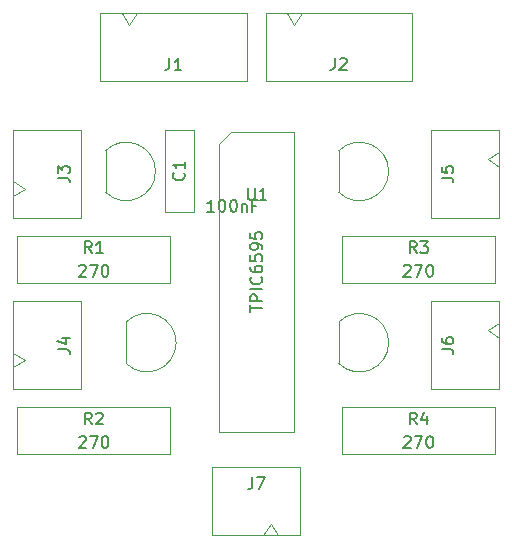
<source format=gbr>
G04 #@! TF.GenerationSoftware,KiCad,Pcbnew,(5.1.4)-1*
G04 #@! TF.CreationDate,2020-01-25T09:52:25+02:00*
G04 #@! TF.ProjectId,4_switch_array,345f7377-6974-4636-985f-61727261792e,rev?*
G04 #@! TF.SameCoordinates,Original*
G04 #@! TF.FileFunction,Other,Fab,Top*
%FSLAX46Y46*%
G04 Gerber Fmt 4.6, Leading zero omitted, Abs format (unit mm)*
G04 Created by KiCad (PCBNEW (5.1.4)-1) date 2020-01-25 09:52:25*
%MOMM*%
%LPD*%
G04 APERTURE LIST*
%ADD10C,0.100000*%
%ADD11C,0.150000*%
G04 APERTURE END LIST*
D10*
X139000000Y-45500000D02*
X139000000Y-52500000D01*
X141500000Y-45500000D02*
X139000000Y-45500000D01*
X141500000Y-52500000D02*
X141500000Y-45500000D01*
X139000000Y-52500000D02*
X141500000Y-52500000D01*
X143635000Y-46730000D02*
X144635000Y-45730000D01*
X143635000Y-71130000D02*
X143635000Y-46730000D01*
X149985000Y-71130000D02*
X143635000Y-71130000D01*
X149985000Y-45730000D02*
X149985000Y-71130000D01*
X144635000Y-45730000D02*
X149985000Y-45730000D01*
X126500000Y-73000000D02*
X139500000Y-73000000D01*
X126500000Y-69000000D02*
X126500000Y-73000000D01*
X139500000Y-69000000D02*
X126500000Y-69000000D01*
X139500000Y-73000000D02*
X139500000Y-69000000D01*
X167000000Y-54500000D02*
X154000000Y-54500000D01*
X167000000Y-58500000D02*
X167000000Y-54500000D01*
X154000000Y-58500000D02*
X167000000Y-58500000D01*
X154000000Y-54500000D02*
X154000000Y-58500000D01*
X126500000Y-58500000D02*
X139500000Y-58500000D01*
X126500000Y-54500000D02*
X126500000Y-58500000D01*
X139500000Y-54500000D02*
X126500000Y-54500000D01*
X139500000Y-58500000D02*
X139500000Y-54500000D01*
X167000000Y-69000000D02*
X154000000Y-69000000D01*
X167000000Y-73000000D02*
X167000000Y-69000000D01*
X154000000Y-73000000D02*
X167000000Y-73000000D01*
X154000000Y-69000000D02*
X154000000Y-73000000D01*
X135746375Y-61786375D02*
G75*
G02X139980000Y-63540000I1753625J-1753625D01*
G01*
X135746375Y-65293625D02*
G75*
G03X139980000Y-63540000I1753625J1753625D01*
G01*
X135750000Y-61800000D02*
X135750000Y-65300000D01*
X153746375Y-47286375D02*
G75*
G02X157980000Y-49040000I1753625J-1753625D01*
G01*
X153746375Y-50793625D02*
G75*
G03X157980000Y-49040000I1753625J1753625D01*
G01*
X153750000Y-47300000D02*
X153750000Y-50800000D01*
X133996375Y-47286375D02*
G75*
G02X138230000Y-49040000I1753625J-1753625D01*
G01*
X133996375Y-50793625D02*
G75*
G03X138230000Y-49040000I1753625J1753625D01*
G01*
X134000000Y-47300000D02*
X134000000Y-50800000D01*
X153746375Y-61786375D02*
G75*
G02X157980000Y-63540000I1753625J-1753625D01*
G01*
X153746375Y-65293625D02*
G75*
G03X157980000Y-63540000I1753625J1753625D01*
G01*
X153750000Y-61800000D02*
X153750000Y-65300000D01*
X148000000Y-78850000D02*
X147375000Y-79850000D01*
X148625000Y-79850000D02*
X148000000Y-78850000D01*
X143050000Y-79850000D02*
X150450000Y-79850000D01*
X143050000Y-74100000D02*
X143050000Y-79850000D01*
X150450000Y-74100000D02*
X143050000Y-74100000D01*
X150450000Y-79850000D02*
X150450000Y-74100000D01*
X127150000Y-65000000D02*
X126150000Y-64375000D01*
X126150000Y-65625000D02*
X127150000Y-65000000D01*
X126150000Y-60050000D02*
X126150000Y-67450000D01*
X131900000Y-60050000D02*
X126150000Y-60050000D01*
X131900000Y-67450000D02*
X131900000Y-60050000D01*
X126150000Y-67450000D02*
X131900000Y-67450000D01*
X166350000Y-48000000D02*
X167350000Y-48625000D01*
X167350000Y-47375000D02*
X166350000Y-48000000D01*
X167350000Y-52950000D02*
X167350000Y-45550000D01*
X161600000Y-52950000D02*
X167350000Y-52950000D01*
X161600000Y-45550000D02*
X161600000Y-52950000D01*
X167350000Y-45550000D02*
X161600000Y-45550000D01*
X127150000Y-50500000D02*
X126150000Y-49875000D01*
X126150000Y-51125000D02*
X127150000Y-50500000D01*
X126150000Y-45550000D02*
X126150000Y-52950000D01*
X131900000Y-45550000D02*
X126150000Y-45550000D01*
X131900000Y-52950000D02*
X131900000Y-45550000D01*
X126150000Y-52950000D02*
X131900000Y-52950000D01*
X166350000Y-62500000D02*
X167350000Y-63125000D01*
X167350000Y-61875000D02*
X166350000Y-62500000D01*
X167350000Y-67450000D02*
X167350000Y-60050000D01*
X161600000Y-67450000D02*
X167350000Y-67450000D01*
X161600000Y-60050000D02*
X161600000Y-67450000D01*
X167350000Y-60050000D02*
X161600000Y-60050000D01*
X150000000Y-36650000D02*
X150625000Y-35650000D01*
X149375000Y-35650000D02*
X150000000Y-36650000D01*
X159950000Y-35650000D02*
X147550000Y-35650000D01*
X159950000Y-41400000D02*
X159950000Y-35650000D01*
X147550000Y-41400000D02*
X159950000Y-41400000D01*
X147550000Y-35650000D02*
X147550000Y-41400000D01*
X136000000Y-36650000D02*
X136625000Y-35650000D01*
X135375000Y-35650000D02*
X136000000Y-36650000D01*
X145950000Y-35650000D02*
X133550000Y-35650000D01*
X145950000Y-41400000D02*
X145950000Y-35650000D01*
X133550000Y-41400000D02*
X145950000Y-41400000D01*
X133550000Y-35650000D02*
X133550000Y-41400000D01*
D11*
X143202380Y-52452380D02*
X142630952Y-52452380D01*
X142916666Y-52452380D02*
X142916666Y-51452380D01*
X142821428Y-51595238D01*
X142726190Y-51690476D01*
X142630952Y-51738095D01*
X143821428Y-51452380D02*
X143916666Y-51452380D01*
X144011904Y-51500000D01*
X144059523Y-51547619D01*
X144107142Y-51642857D01*
X144154761Y-51833333D01*
X144154761Y-52071428D01*
X144107142Y-52261904D01*
X144059523Y-52357142D01*
X144011904Y-52404761D01*
X143916666Y-52452380D01*
X143821428Y-52452380D01*
X143726190Y-52404761D01*
X143678571Y-52357142D01*
X143630952Y-52261904D01*
X143583333Y-52071428D01*
X143583333Y-51833333D01*
X143630952Y-51642857D01*
X143678571Y-51547619D01*
X143726190Y-51500000D01*
X143821428Y-51452380D01*
X144773809Y-51452380D02*
X144869047Y-51452380D01*
X144964285Y-51500000D01*
X145011904Y-51547619D01*
X145059523Y-51642857D01*
X145107142Y-51833333D01*
X145107142Y-52071428D01*
X145059523Y-52261904D01*
X145011904Y-52357142D01*
X144964285Y-52404761D01*
X144869047Y-52452380D01*
X144773809Y-52452380D01*
X144678571Y-52404761D01*
X144630952Y-52357142D01*
X144583333Y-52261904D01*
X144535714Y-52071428D01*
X144535714Y-51833333D01*
X144583333Y-51642857D01*
X144630952Y-51547619D01*
X144678571Y-51500000D01*
X144773809Y-51452380D01*
X145535714Y-51785714D02*
X145535714Y-52452380D01*
X145535714Y-51880952D02*
X145583333Y-51833333D01*
X145678571Y-51785714D01*
X145821428Y-51785714D01*
X145916666Y-51833333D01*
X145964285Y-51928571D01*
X145964285Y-52452380D01*
X146773809Y-51928571D02*
X146440476Y-51928571D01*
X146440476Y-52452380D02*
X146440476Y-51452380D01*
X146916666Y-51452380D01*
X140607142Y-49166666D02*
X140654761Y-49214285D01*
X140702380Y-49357142D01*
X140702380Y-49452380D01*
X140654761Y-49595238D01*
X140559523Y-49690476D01*
X140464285Y-49738095D01*
X140273809Y-49785714D01*
X140130952Y-49785714D01*
X139940476Y-49738095D01*
X139845238Y-49690476D01*
X139750000Y-49595238D01*
X139702380Y-49452380D01*
X139702380Y-49357142D01*
X139750000Y-49214285D01*
X139797619Y-49166666D01*
X140702380Y-48214285D02*
X140702380Y-48785714D01*
X140702380Y-48500000D02*
X139702380Y-48500000D01*
X139845238Y-48595238D01*
X139940476Y-48690476D01*
X139988095Y-48785714D01*
X146262380Y-60928571D02*
X146262380Y-60357142D01*
X147262380Y-60642857D02*
X146262380Y-60642857D01*
X147262380Y-60023809D02*
X146262380Y-60023809D01*
X146262380Y-59642857D01*
X146310000Y-59547619D01*
X146357619Y-59500000D01*
X146452857Y-59452380D01*
X146595714Y-59452380D01*
X146690952Y-59500000D01*
X146738571Y-59547619D01*
X146786190Y-59642857D01*
X146786190Y-60023809D01*
X147262380Y-59023809D02*
X146262380Y-59023809D01*
X147167142Y-57976190D02*
X147214761Y-58023809D01*
X147262380Y-58166666D01*
X147262380Y-58261904D01*
X147214761Y-58404761D01*
X147119523Y-58500000D01*
X147024285Y-58547619D01*
X146833809Y-58595238D01*
X146690952Y-58595238D01*
X146500476Y-58547619D01*
X146405238Y-58500000D01*
X146310000Y-58404761D01*
X146262380Y-58261904D01*
X146262380Y-58166666D01*
X146310000Y-58023809D01*
X146357619Y-57976190D01*
X146262380Y-57119047D02*
X146262380Y-57309523D01*
X146310000Y-57404761D01*
X146357619Y-57452380D01*
X146500476Y-57547619D01*
X146690952Y-57595238D01*
X147071904Y-57595238D01*
X147167142Y-57547619D01*
X147214761Y-57500000D01*
X147262380Y-57404761D01*
X147262380Y-57214285D01*
X147214761Y-57119047D01*
X147167142Y-57071428D01*
X147071904Y-57023809D01*
X146833809Y-57023809D01*
X146738571Y-57071428D01*
X146690952Y-57119047D01*
X146643333Y-57214285D01*
X146643333Y-57404761D01*
X146690952Y-57500000D01*
X146738571Y-57547619D01*
X146833809Y-57595238D01*
X146262380Y-56119047D02*
X146262380Y-56595238D01*
X146738571Y-56642857D01*
X146690952Y-56595238D01*
X146643333Y-56500000D01*
X146643333Y-56261904D01*
X146690952Y-56166666D01*
X146738571Y-56119047D01*
X146833809Y-56071428D01*
X147071904Y-56071428D01*
X147167142Y-56119047D01*
X147214761Y-56166666D01*
X147262380Y-56261904D01*
X147262380Y-56500000D01*
X147214761Y-56595238D01*
X147167142Y-56642857D01*
X147262380Y-55595238D02*
X147262380Y-55404761D01*
X147214761Y-55309523D01*
X147167142Y-55261904D01*
X147024285Y-55166666D01*
X146833809Y-55119047D01*
X146452857Y-55119047D01*
X146357619Y-55166666D01*
X146310000Y-55214285D01*
X146262380Y-55309523D01*
X146262380Y-55500000D01*
X146310000Y-55595238D01*
X146357619Y-55642857D01*
X146452857Y-55690476D01*
X146690952Y-55690476D01*
X146786190Y-55642857D01*
X146833809Y-55595238D01*
X146881428Y-55500000D01*
X146881428Y-55309523D01*
X146833809Y-55214285D01*
X146786190Y-55166666D01*
X146690952Y-55119047D01*
X146262380Y-54214285D02*
X146262380Y-54690476D01*
X146738571Y-54738095D01*
X146690952Y-54690476D01*
X146643333Y-54595238D01*
X146643333Y-54357142D01*
X146690952Y-54261904D01*
X146738571Y-54214285D01*
X146833809Y-54166666D01*
X147071904Y-54166666D01*
X147167142Y-54214285D01*
X147214761Y-54261904D01*
X147262380Y-54357142D01*
X147262380Y-54595238D01*
X147214761Y-54690476D01*
X147167142Y-54738095D01*
X146048095Y-50452380D02*
X146048095Y-51261904D01*
X146095714Y-51357142D01*
X146143333Y-51404761D01*
X146238571Y-51452380D01*
X146429047Y-51452380D01*
X146524285Y-51404761D01*
X146571904Y-51357142D01*
X146619523Y-51261904D01*
X146619523Y-50452380D01*
X147619523Y-51452380D02*
X147048095Y-51452380D01*
X147333809Y-51452380D02*
X147333809Y-50452380D01*
X147238571Y-50595238D01*
X147143333Y-50690476D01*
X147048095Y-50738095D01*
X131761904Y-71547619D02*
X131809523Y-71500000D01*
X131904761Y-71452380D01*
X132142857Y-71452380D01*
X132238095Y-71500000D01*
X132285714Y-71547619D01*
X132333333Y-71642857D01*
X132333333Y-71738095D01*
X132285714Y-71880952D01*
X131714285Y-72452380D01*
X132333333Y-72452380D01*
X132666666Y-71452380D02*
X133333333Y-71452380D01*
X132904761Y-72452380D01*
X133904761Y-71452380D02*
X134000000Y-71452380D01*
X134095238Y-71500000D01*
X134142857Y-71547619D01*
X134190476Y-71642857D01*
X134238095Y-71833333D01*
X134238095Y-72071428D01*
X134190476Y-72261904D01*
X134142857Y-72357142D01*
X134095238Y-72404761D01*
X134000000Y-72452380D01*
X133904761Y-72452380D01*
X133809523Y-72404761D01*
X133761904Y-72357142D01*
X133714285Y-72261904D01*
X133666666Y-72071428D01*
X133666666Y-71833333D01*
X133714285Y-71642857D01*
X133761904Y-71547619D01*
X133809523Y-71500000D01*
X133904761Y-71452380D01*
X132833333Y-70452380D02*
X132500000Y-69976190D01*
X132261904Y-70452380D02*
X132261904Y-69452380D01*
X132642857Y-69452380D01*
X132738095Y-69500000D01*
X132785714Y-69547619D01*
X132833333Y-69642857D01*
X132833333Y-69785714D01*
X132785714Y-69880952D01*
X132738095Y-69928571D01*
X132642857Y-69976190D01*
X132261904Y-69976190D01*
X133214285Y-69547619D02*
X133261904Y-69500000D01*
X133357142Y-69452380D01*
X133595238Y-69452380D01*
X133690476Y-69500000D01*
X133738095Y-69547619D01*
X133785714Y-69642857D01*
X133785714Y-69738095D01*
X133738095Y-69880952D01*
X133166666Y-70452380D01*
X133785714Y-70452380D01*
X159261904Y-57047619D02*
X159309523Y-57000000D01*
X159404761Y-56952380D01*
X159642857Y-56952380D01*
X159738095Y-57000000D01*
X159785714Y-57047619D01*
X159833333Y-57142857D01*
X159833333Y-57238095D01*
X159785714Y-57380952D01*
X159214285Y-57952380D01*
X159833333Y-57952380D01*
X160166666Y-56952380D02*
X160833333Y-56952380D01*
X160404761Y-57952380D01*
X161404761Y-56952380D02*
X161500000Y-56952380D01*
X161595238Y-57000000D01*
X161642857Y-57047619D01*
X161690476Y-57142857D01*
X161738095Y-57333333D01*
X161738095Y-57571428D01*
X161690476Y-57761904D01*
X161642857Y-57857142D01*
X161595238Y-57904761D01*
X161500000Y-57952380D01*
X161404761Y-57952380D01*
X161309523Y-57904761D01*
X161261904Y-57857142D01*
X161214285Y-57761904D01*
X161166666Y-57571428D01*
X161166666Y-57333333D01*
X161214285Y-57142857D01*
X161261904Y-57047619D01*
X161309523Y-57000000D01*
X161404761Y-56952380D01*
X160333333Y-55952380D02*
X160000000Y-55476190D01*
X159761904Y-55952380D02*
X159761904Y-54952380D01*
X160142857Y-54952380D01*
X160238095Y-55000000D01*
X160285714Y-55047619D01*
X160333333Y-55142857D01*
X160333333Y-55285714D01*
X160285714Y-55380952D01*
X160238095Y-55428571D01*
X160142857Y-55476190D01*
X159761904Y-55476190D01*
X160666666Y-54952380D02*
X161285714Y-54952380D01*
X160952380Y-55333333D01*
X161095238Y-55333333D01*
X161190476Y-55380952D01*
X161238095Y-55428571D01*
X161285714Y-55523809D01*
X161285714Y-55761904D01*
X161238095Y-55857142D01*
X161190476Y-55904761D01*
X161095238Y-55952380D01*
X160809523Y-55952380D01*
X160714285Y-55904761D01*
X160666666Y-55857142D01*
X131761904Y-57047619D02*
X131809523Y-57000000D01*
X131904761Y-56952380D01*
X132142857Y-56952380D01*
X132238095Y-57000000D01*
X132285714Y-57047619D01*
X132333333Y-57142857D01*
X132333333Y-57238095D01*
X132285714Y-57380952D01*
X131714285Y-57952380D01*
X132333333Y-57952380D01*
X132666666Y-56952380D02*
X133333333Y-56952380D01*
X132904761Y-57952380D01*
X133904761Y-56952380D02*
X134000000Y-56952380D01*
X134095238Y-57000000D01*
X134142857Y-57047619D01*
X134190476Y-57142857D01*
X134238095Y-57333333D01*
X134238095Y-57571428D01*
X134190476Y-57761904D01*
X134142857Y-57857142D01*
X134095238Y-57904761D01*
X134000000Y-57952380D01*
X133904761Y-57952380D01*
X133809523Y-57904761D01*
X133761904Y-57857142D01*
X133714285Y-57761904D01*
X133666666Y-57571428D01*
X133666666Y-57333333D01*
X133714285Y-57142857D01*
X133761904Y-57047619D01*
X133809523Y-57000000D01*
X133904761Y-56952380D01*
X132833333Y-55952380D02*
X132500000Y-55476190D01*
X132261904Y-55952380D02*
X132261904Y-54952380D01*
X132642857Y-54952380D01*
X132738095Y-55000000D01*
X132785714Y-55047619D01*
X132833333Y-55142857D01*
X132833333Y-55285714D01*
X132785714Y-55380952D01*
X132738095Y-55428571D01*
X132642857Y-55476190D01*
X132261904Y-55476190D01*
X133785714Y-55952380D02*
X133214285Y-55952380D01*
X133500000Y-55952380D02*
X133500000Y-54952380D01*
X133404761Y-55095238D01*
X133309523Y-55190476D01*
X133214285Y-55238095D01*
X159261904Y-71547619D02*
X159309523Y-71500000D01*
X159404761Y-71452380D01*
X159642857Y-71452380D01*
X159738095Y-71500000D01*
X159785714Y-71547619D01*
X159833333Y-71642857D01*
X159833333Y-71738095D01*
X159785714Y-71880952D01*
X159214285Y-72452380D01*
X159833333Y-72452380D01*
X160166666Y-71452380D02*
X160833333Y-71452380D01*
X160404761Y-72452380D01*
X161404761Y-71452380D02*
X161500000Y-71452380D01*
X161595238Y-71500000D01*
X161642857Y-71547619D01*
X161690476Y-71642857D01*
X161738095Y-71833333D01*
X161738095Y-72071428D01*
X161690476Y-72261904D01*
X161642857Y-72357142D01*
X161595238Y-72404761D01*
X161500000Y-72452380D01*
X161404761Y-72452380D01*
X161309523Y-72404761D01*
X161261904Y-72357142D01*
X161214285Y-72261904D01*
X161166666Y-72071428D01*
X161166666Y-71833333D01*
X161214285Y-71642857D01*
X161261904Y-71547619D01*
X161309523Y-71500000D01*
X161404761Y-71452380D01*
X160333333Y-70452380D02*
X160000000Y-69976190D01*
X159761904Y-70452380D02*
X159761904Y-69452380D01*
X160142857Y-69452380D01*
X160238095Y-69500000D01*
X160285714Y-69547619D01*
X160333333Y-69642857D01*
X160333333Y-69785714D01*
X160285714Y-69880952D01*
X160238095Y-69928571D01*
X160142857Y-69976190D01*
X159761904Y-69976190D01*
X161190476Y-69785714D02*
X161190476Y-70452380D01*
X160952380Y-69404761D02*
X160714285Y-70119047D01*
X161333333Y-70119047D01*
X146416666Y-74952380D02*
X146416666Y-75666666D01*
X146369047Y-75809523D01*
X146273809Y-75904761D01*
X146130952Y-75952380D01*
X146035714Y-75952380D01*
X146797619Y-74952380D02*
X147464285Y-74952380D01*
X147035714Y-75952380D01*
X129952380Y-64083333D02*
X130666666Y-64083333D01*
X130809523Y-64130952D01*
X130904761Y-64226190D01*
X130952380Y-64369047D01*
X130952380Y-64464285D01*
X130285714Y-63178571D02*
X130952380Y-63178571D01*
X129904761Y-63416666D02*
X130619047Y-63654761D01*
X130619047Y-63035714D01*
X162452380Y-49583333D02*
X163166666Y-49583333D01*
X163309523Y-49630952D01*
X163404761Y-49726190D01*
X163452380Y-49869047D01*
X163452380Y-49964285D01*
X162452380Y-48630952D02*
X162452380Y-49107142D01*
X162928571Y-49154761D01*
X162880952Y-49107142D01*
X162833333Y-49011904D01*
X162833333Y-48773809D01*
X162880952Y-48678571D01*
X162928571Y-48630952D01*
X163023809Y-48583333D01*
X163261904Y-48583333D01*
X163357142Y-48630952D01*
X163404761Y-48678571D01*
X163452380Y-48773809D01*
X163452380Y-49011904D01*
X163404761Y-49107142D01*
X163357142Y-49154761D01*
X129952380Y-49583333D02*
X130666666Y-49583333D01*
X130809523Y-49630952D01*
X130904761Y-49726190D01*
X130952380Y-49869047D01*
X130952380Y-49964285D01*
X129952380Y-49202380D02*
X129952380Y-48583333D01*
X130333333Y-48916666D01*
X130333333Y-48773809D01*
X130380952Y-48678571D01*
X130428571Y-48630952D01*
X130523809Y-48583333D01*
X130761904Y-48583333D01*
X130857142Y-48630952D01*
X130904761Y-48678571D01*
X130952380Y-48773809D01*
X130952380Y-49059523D01*
X130904761Y-49154761D01*
X130857142Y-49202380D01*
X162452380Y-64083333D02*
X163166666Y-64083333D01*
X163309523Y-64130952D01*
X163404761Y-64226190D01*
X163452380Y-64369047D01*
X163452380Y-64464285D01*
X162452380Y-63178571D02*
X162452380Y-63369047D01*
X162500000Y-63464285D01*
X162547619Y-63511904D01*
X162690476Y-63607142D01*
X162880952Y-63654761D01*
X163261904Y-63654761D01*
X163357142Y-63607142D01*
X163404761Y-63559523D01*
X163452380Y-63464285D01*
X163452380Y-63273809D01*
X163404761Y-63178571D01*
X163357142Y-63130952D01*
X163261904Y-63083333D01*
X163023809Y-63083333D01*
X162928571Y-63130952D01*
X162880952Y-63178571D01*
X162833333Y-63273809D01*
X162833333Y-63464285D01*
X162880952Y-63559523D01*
X162928571Y-63607142D01*
X163023809Y-63654761D01*
X153416666Y-39452380D02*
X153416666Y-40166666D01*
X153369047Y-40309523D01*
X153273809Y-40404761D01*
X153130952Y-40452380D01*
X153035714Y-40452380D01*
X153845238Y-39547619D02*
X153892857Y-39500000D01*
X153988095Y-39452380D01*
X154226190Y-39452380D01*
X154321428Y-39500000D01*
X154369047Y-39547619D01*
X154416666Y-39642857D01*
X154416666Y-39738095D01*
X154369047Y-39880952D01*
X153797619Y-40452380D01*
X154416666Y-40452380D01*
X139416666Y-39452380D02*
X139416666Y-40166666D01*
X139369047Y-40309523D01*
X139273809Y-40404761D01*
X139130952Y-40452380D01*
X139035714Y-40452380D01*
X140416666Y-40452380D02*
X139845238Y-40452380D01*
X140130952Y-40452380D02*
X140130952Y-39452380D01*
X140035714Y-39595238D01*
X139940476Y-39690476D01*
X139845238Y-39738095D01*
M02*

</source>
